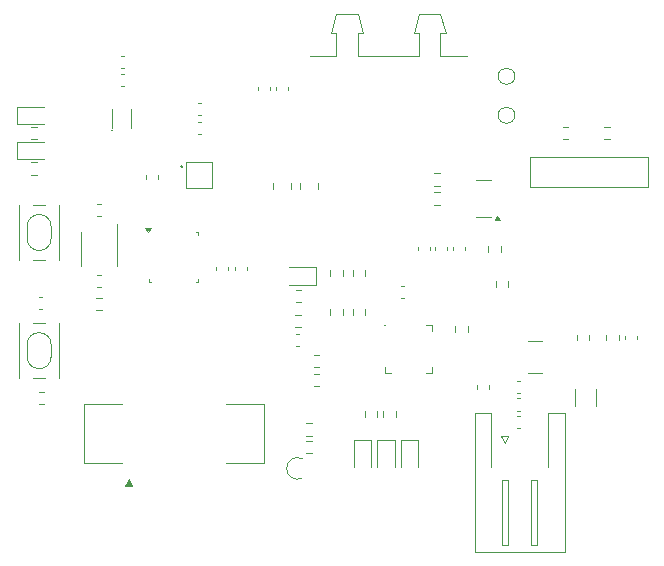
<source format=gbr>
%TF.GenerationSoftware,KiCad,Pcbnew,9.0.3*%
%TF.CreationDate,2025-07-30T22:19:27+08:00*%
%TF.ProjectId,airspeed_BIO,61697273-7065-4656-945f-42494f2e6b69,rev?*%
%TF.SameCoordinates,Original*%
%TF.FileFunction,Legend,Top*%
%TF.FilePolarity,Positive*%
%FSLAX46Y46*%
G04 Gerber Fmt 4.6, Leading zero omitted, Abs format (unit mm)*
G04 Created by KiCad (PCBNEW 9.0.3) date 2025-07-30 22:19:27*
%MOMM*%
%LPD*%
G01*
G04 APERTURE LIST*
%ADD10C,0.120000*%
%ADD11C,0.100000*%
G04 APERTURE END LIST*
D10*
%TO.C,R8*%
X132362258Y-72927500D02*
X131887742Y-72927500D01*
X132362258Y-73972500D02*
X131887742Y-73972500D01*
%TO.C,R6*%
X123077500Y-81612258D02*
X123077500Y-81137742D01*
X124122500Y-81612258D02*
X124122500Y-81137742D01*
%TO.C,C23*%
X103640580Y-81490000D02*
X103359420Y-81490000D01*
X103640580Y-82510000D02*
X103359420Y-82510000D01*
%TO.C,C20*%
X107490000Y-73084420D02*
X107490000Y-73365580D01*
X108510000Y-73084420D02*
X108510000Y-73365580D01*
%TO.C,C26*%
X113400000Y-80859420D02*
X113400000Y-81140580D01*
X114420000Y-80859420D02*
X114420000Y-81140580D01*
%TO.C,R7*%
X133677500Y-85862742D02*
X133677500Y-86337258D01*
X134722500Y-85862742D02*
X134722500Y-86337258D01*
%TO.C,C21*%
X116990000Y-65584420D02*
X116990000Y-65865580D01*
X118010000Y-65584420D02*
X118010000Y-65865580D01*
%TO.C,C19*%
X105640580Y-62960000D02*
X105359420Y-62960000D01*
X105640580Y-63980000D02*
X105359420Y-63980000D01*
%TO.C,C27*%
X120555000Y-73738748D02*
X120555000Y-74261252D01*
X122025000Y-73738748D02*
X122025000Y-74261252D01*
%TO.C,R10*%
X120087742Y-84877500D02*
X120562258Y-84877500D01*
X120087742Y-85922500D02*
X120562258Y-85922500D01*
%TO.C,C2*%
X131972500Y-79440580D02*
X131972500Y-79159420D01*
X132992500Y-79440580D02*
X132992500Y-79159420D01*
%TO.C,U3*%
X110900000Y-71960000D02*
X113100000Y-71960000D01*
X113100000Y-74160000D01*
X110900000Y-74160000D01*
X110900000Y-71960000D01*
X110600000Y-72360000D02*
G75*
G02*
X110400000Y-72360000I-100000J0D01*
G01*
X110400000Y-72360000D02*
G75*
G02*
X110600000Y-72360000I100000J0D01*
G01*
%TO.C,Y1*%
X101976000Y-77857000D02*
X101976000Y-80778000D01*
X105024000Y-77222000D02*
X105024000Y-80778000D01*
%TO.C,J3*%
X135290000Y-93240000D02*
X136710000Y-93240000D01*
X135290000Y-104960000D02*
X135290000Y-93240000D01*
X136710000Y-93240000D02*
X136710000Y-97740000D01*
X137550000Y-95150000D02*
X138150000Y-95150000D01*
X137600000Y-98850000D02*
X137600000Y-104350000D01*
X137600000Y-104350000D02*
X138100000Y-104350000D01*
X137850000Y-95750000D02*
X137550000Y-95150000D01*
X138100000Y-98850000D02*
X137600000Y-98850000D01*
X138100000Y-104350000D02*
X138100000Y-98850000D01*
X138150000Y-95150000D02*
X137850000Y-95750000D01*
X139100000Y-104960000D02*
X135290000Y-104960000D01*
X139100000Y-104960000D02*
X142910000Y-104960000D01*
X140100000Y-98850000D02*
X140100000Y-104350000D01*
X140100000Y-104350000D02*
X140600000Y-104350000D01*
X140600000Y-98850000D02*
X140100000Y-98850000D01*
X140600000Y-104350000D02*
X140600000Y-98850000D01*
X141490000Y-93240000D02*
X141490000Y-97740000D01*
X142910000Y-93240000D02*
X141490000Y-93240000D01*
X142910000Y-104960000D02*
X142910000Y-93240000D01*
%TO.C,C10*%
X139140580Y-93490000D02*
X138859420Y-93490000D01*
X139140580Y-94510000D02*
X138859420Y-94510000D01*
%TO.C,RLED2*%
X96515000Y-67265000D02*
X96515000Y-68735000D01*
X96515000Y-68735000D02*
X98800000Y-68735000D01*
X98800000Y-67265000D02*
X96515000Y-67265000D01*
%TO.C,TH1*%
X120712133Y-98720000D02*
G75*
G02*
X120712133Y-97080000I-417133J820000D01*
G01*
%TO.C,C28*%
X118265000Y-73738748D02*
X118265000Y-74261252D01*
X119735000Y-73738748D02*
X119735000Y-74261252D01*
%TO.C,C6*%
X135490000Y-90859420D02*
X135490000Y-91140580D01*
X136510000Y-90859420D02*
X136510000Y-91140580D01*
%TO.C,SW3*%
X96725000Y-80225000D02*
X96725000Y-75625000D01*
X97409000Y-78433000D02*
X97409000Y-77417000D01*
X97917000Y-75625000D02*
X98933000Y-75625000D01*
X97917000Y-80225000D02*
X98933000Y-80225000D01*
X99441000Y-77417000D02*
X99441000Y-78433000D01*
X100125000Y-80225000D02*
X100125000Y-75625000D01*
X97409000Y-77417000D02*
G75*
G02*
X99441000Y-77417000I1016000J0D01*
G01*
X99441000Y-78433000D02*
G75*
G02*
X97409000Y-78433000I-1016000J0D01*
G01*
%TO.C,R9*%
X121687742Y-89877500D02*
X122162258Y-89877500D01*
X121687742Y-90922500D02*
X122162258Y-90922500D01*
%TO.C,R25*%
X146737258Y-68977500D02*
X146262742Y-68977500D01*
X146737258Y-70022500D02*
X146262742Y-70022500D01*
%TO.C,TP2*%
X138700000Y-64700000D02*
G75*
G02*
X137300000Y-64700000I-700000J0D01*
G01*
X137300000Y-64700000D02*
G75*
G02*
X138700000Y-64700000I700000J0D01*
G01*
%TO.C,D2*%
X129065000Y-95515000D02*
X129065000Y-97800000D01*
X130535000Y-95515000D02*
X129065000Y-95515000D01*
X130535000Y-97800000D02*
X130535000Y-95515000D01*
%TO.C,C18*%
X118500000Y-65584420D02*
X118500000Y-65865580D01*
X119520000Y-65584420D02*
X119520000Y-65865580D01*
%TO.C,SW1*%
D11*
X139982500Y-71550000D02*
X149982500Y-71550000D01*
X149982500Y-74050000D01*
X139982500Y-74050000D01*
X139982500Y-71550000D01*
D10*
%TO.C,R20*%
X120162742Y-82777500D02*
X120637258Y-82777500D01*
X120162742Y-83822500D02*
X120637258Y-83822500D01*
%TO.C,Q1*%
X136062500Y-73490000D02*
X135412500Y-73490000D01*
X136062500Y-73490000D02*
X136712500Y-73490000D01*
X136062500Y-76610000D02*
X135412500Y-76610000D01*
X136062500Y-76610000D02*
X136712500Y-76610000D01*
X137465000Y-76890000D02*
X136985000Y-76890000D01*
X137225000Y-76560000D01*
X137465000Y-76890000D01*
G36*
X137465000Y-76890000D02*
G01*
X136985000Y-76890000D01*
X137225000Y-76560000D01*
X137465000Y-76890000D01*
G37*
%TO.C,R3*%
X123077500Y-84912258D02*
X123077500Y-84437742D01*
X124122500Y-84912258D02*
X124122500Y-84437742D01*
%TO.C,C14*%
X148002500Y-86659420D02*
X148002500Y-86940580D01*
X149022500Y-86659420D02*
X149022500Y-86940580D01*
%TO.C,R29*%
X98237258Y-71977500D02*
X97762742Y-71977500D01*
X98237258Y-73022500D02*
X97762742Y-73022500D01*
%TO.C,R26*%
X103737258Y-83477500D02*
X103262742Y-83477500D01*
X103737258Y-84522500D02*
X103262742Y-84522500D01*
%TO.C,C17*%
X111859420Y-68550000D02*
X112140580Y-68550000D01*
X111859420Y-69570000D02*
X112140580Y-69570000D01*
%TO.C,C25*%
X114990000Y-80859420D02*
X114990000Y-81140580D01*
X116010000Y-80859420D02*
X116010000Y-81140580D01*
%TO.C,C11*%
X139140580Y-91980000D02*
X138859420Y-91980000D01*
X139140580Y-93000000D02*
X138859420Y-93000000D01*
%TO.C,TP1*%
X138700000Y-68000000D02*
G75*
G02*
X137300000Y-68000000I-700000J0D01*
G01*
X137300000Y-68000000D02*
G75*
G02*
X138700000Y-68000000I700000J0D01*
G01*
%TO.C,RLED1*%
X119622500Y-82331000D02*
X121907500Y-82331000D01*
X121907500Y-80861000D02*
X119622500Y-80861000D01*
X121907500Y-82331000D02*
X121907500Y-80861000D01*
%TO.C,D3*%
X127065000Y-95515000D02*
X127065000Y-97800000D01*
X128535000Y-95515000D02*
X127065000Y-95515000D01*
X128535000Y-97800000D02*
X128535000Y-95515000D01*
%TO.C,C15*%
X111859420Y-66990000D02*
X112140580Y-66990000D01*
X111859420Y-68010000D02*
X112140580Y-68010000D01*
%TO.C,R22*%
X143960000Y-87037258D02*
X143960000Y-86562742D01*
X145005000Y-87037258D02*
X145005000Y-86562742D01*
%TO.C,R27*%
X98862258Y-91402500D02*
X98387742Y-91402500D01*
X98862258Y-92447500D02*
X98387742Y-92447500D01*
%TO.C,C12*%
X139140580Y-90490000D02*
X138859420Y-90490000D01*
X139140580Y-91510000D02*
X138859420Y-91510000D01*
%TO.C,R13*%
X127577500Y-93062742D02*
X127577500Y-93537258D01*
X128622500Y-93062742D02*
X128622500Y-93537258D01*
%TO.C,R4*%
X132362258Y-74527500D02*
X131887742Y-74527500D01*
X132362258Y-75572500D02*
X131887742Y-75572500D01*
%TO.C,R14*%
X121057742Y-95572500D02*
X121532258Y-95572500D01*
X121057742Y-96617500D02*
X121532258Y-96617500D01*
D11*
%TO.C,U4*%
X121345000Y-63000000D02*
X123600000Y-63000000D01*
X123150000Y-61000000D02*
X123600000Y-59400000D01*
X123600000Y-61000000D02*
X123200000Y-61000000D01*
X123600000Y-61000000D02*
X123600000Y-63000000D01*
X125400000Y-59400000D02*
X123600000Y-59400000D01*
X125400000Y-61000000D02*
X125400000Y-63000000D01*
X125400000Y-61000000D02*
X125850000Y-61000000D01*
X125850000Y-61000000D02*
X125400000Y-59400000D01*
X130150000Y-61000000D02*
X130600000Y-59400000D01*
X130600000Y-61000000D02*
X130200000Y-61000000D01*
X130600000Y-61000000D02*
X130600000Y-63000000D01*
X130600000Y-63000000D02*
X125400000Y-63000000D01*
X132400000Y-59400000D02*
X130600000Y-59400000D01*
X132400000Y-61000000D02*
X132400000Y-63000000D01*
X132400000Y-61000000D02*
X132850000Y-61000000D01*
X132400000Y-63000000D02*
X134655000Y-63000000D01*
X132850000Y-61000000D02*
X132400000Y-59400000D01*
%TO.C,U1*%
X127700000Y-89300000D02*
X127700000Y-89800000D01*
X127700000Y-89800000D02*
X128200000Y-89800000D01*
X131200000Y-85800000D02*
X131700000Y-85800000D01*
X131200000Y-89800000D02*
X131700000Y-89800000D01*
X131700000Y-85800000D02*
X131700000Y-86300000D01*
X131700000Y-89800000D02*
X131700000Y-89300000D01*
X127750306Y-85800000D02*
G75*
G02*
X127649694Y-85800000I-50306J0D01*
G01*
X127649694Y-85800000D02*
G75*
G02*
X127750306Y-85800000I50306J0D01*
G01*
%TO.C,J2*%
X102190000Y-92480000D02*
X102190000Y-97480000D01*
X102190000Y-97480000D02*
X105410000Y-97480000D01*
X105410000Y-92480000D02*
X102190000Y-92480000D01*
X105710000Y-99380000D02*
X106310000Y-99380000D01*
X105810000Y-99380000D02*
X106210000Y-99380000D01*
X105910000Y-99380000D02*
X106110000Y-99380000D01*
X106010000Y-98780000D02*
X105710000Y-99380000D01*
X106010000Y-98880000D02*
X105810000Y-99380000D01*
X106010000Y-98980000D02*
X105910000Y-99380000D01*
X106010000Y-99080000D02*
X106010000Y-99380000D01*
X106110000Y-99380000D02*
X106010000Y-99080000D01*
X106210000Y-99380000D02*
X106010000Y-98980000D01*
X106310000Y-99380000D02*
X106010000Y-98780000D01*
X114210000Y-97480000D02*
X117430000Y-97480000D01*
X117430000Y-92480000D02*
X114210000Y-92480000D01*
X117430000Y-97480000D02*
X117430000Y-92480000D01*
D10*
%TO.C,R21*%
X146460000Y-86562742D02*
X146460000Y-87037258D01*
X147505000Y-86562742D02*
X147505000Y-87037258D01*
%TO.C,C22*%
X103359420Y-75490000D02*
X103640580Y-75490000D01*
X103359420Y-76510000D02*
X103640580Y-76510000D01*
%TO.C,U6*%
X107690000Y-82110000D02*
X107690000Y-81885000D01*
X107915000Y-82110000D02*
X107690000Y-82110000D01*
X111685000Y-77890000D02*
X111910000Y-77890000D01*
X111685000Y-82110000D02*
X111910000Y-82110000D01*
X111910000Y-77890000D02*
X111910000Y-78115000D01*
X111910000Y-82110000D02*
X111910000Y-81885000D01*
X107670000Y-77890000D02*
X107430000Y-77560000D01*
X107910000Y-77560000D01*
X107670000Y-77890000D01*
G36*
X107670000Y-77890000D02*
G01*
X107430000Y-77560000D01*
X107910000Y-77560000D01*
X107670000Y-77890000D01*
G37*
%TO.C,R24*%
X143237258Y-68977500D02*
X142762742Y-68977500D01*
X143237258Y-70022500D02*
X142762742Y-70022500D01*
%TO.C,C4*%
X129315580Y-82490000D02*
X129034420Y-82490000D01*
X129315580Y-83510000D02*
X129034420Y-83510000D01*
%TO.C,R2*%
X124977500Y-84912258D02*
X124977500Y-84437742D01*
X126022500Y-84912258D02*
X126022500Y-84437742D01*
%TO.C,C1*%
X130482500Y-79440580D02*
X130482500Y-79159420D01*
X131502500Y-79440580D02*
X131502500Y-79159420D01*
%TO.C,YLED1*%
X96515000Y-70265000D02*
X96515000Y-71735000D01*
X96515000Y-71735000D02*
X98800000Y-71735000D01*
X98800000Y-70265000D02*
X96515000Y-70265000D01*
%TO.C,C5*%
X120184420Y-86490000D02*
X120465580Y-86490000D01*
X120184420Y-87510000D02*
X120465580Y-87510000D01*
%TO.C,R1*%
X136460000Y-79537258D02*
X136460000Y-79062742D01*
X137505000Y-79537258D02*
X137505000Y-79062742D01*
%TO.C,R23*%
X137077500Y-82537258D02*
X137077500Y-82062742D01*
X138122500Y-82537258D02*
X138122500Y-82062742D01*
%TO.C,SW2*%
X96725000Y-90225000D02*
X96725000Y-85625000D01*
X97409000Y-88433000D02*
X97409000Y-87417000D01*
X97917000Y-85625000D02*
X98933000Y-85625000D01*
X97917000Y-90225000D02*
X98933000Y-90225000D01*
X99441000Y-87417000D02*
X99441000Y-88433000D01*
X100125000Y-90225000D02*
X100125000Y-85625000D01*
X97409000Y-87417000D02*
G75*
G02*
X99441000Y-87417000I1016000J0D01*
G01*
X99441000Y-88433000D02*
G75*
G02*
X97409000Y-88433000I-1016000J0D01*
G01*
%TO.C,C3*%
X133482500Y-79440580D02*
X133482500Y-79159420D01*
X134502500Y-79440580D02*
X134502500Y-79159420D01*
%TO.C,L1*%
X139797936Y-87140000D02*
X141002064Y-87140000D01*
X139797936Y-89860000D02*
X141002064Y-89860000D01*
%TO.C,R16*%
X121532258Y-94077500D02*
X121057742Y-94077500D01*
X121532258Y-95122500D02*
X121057742Y-95122500D01*
%TO.C,R28*%
X98237258Y-68977500D02*
X97762742Y-68977500D01*
X98237258Y-70022500D02*
X97762742Y-70022500D01*
D11*
%TO.C,U5*%
X104600000Y-69100000D02*
X104600000Y-67500000D01*
X106200000Y-69100000D02*
X106200000Y-67500000D01*
X104650288Y-69300000D02*
G75*
G02*
X104549712Y-69300000I-50288J0D01*
G01*
X104549712Y-69300000D02*
G75*
G02*
X104650288Y-69300000I50288J0D01*
G01*
D10*
%TO.C,R11*%
X121687742Y-88277500D02*
X122162258Y-88277500D01*
X121687742Y-89322500D02*
X122162258Y-89322500D01*
%TO.C,C24*%
X98690580Y-83415000D02*
X98409420Y-83415000D01*
X98690580Y-84435000D02*
X98409420Y-84435000D01*
%TO.C,R12*%
X125977500Y-93062742D02*
X125977500Y-93537258D01*
X127022500Y-93062742D02*
X127022500Y-93537258D01*
%TO.C,R5*%
X124977500Y-81612258D02*
X124977500Y-81137742D01*
X126022500Y-81612258D02*
X126022500Y-81137742D01*
%TO.C,R15*%
X143790000Y-91172936D02*
X143790000Y-92627064D01*
X145610000Y-91172936D02*
X145610000Y-92627064D01*
%TO.C,D1*%
X125065000Y-95515000D02*
X125065000Y-97800000D01*
X126535000Y-95515000D02*
X125065000Y-95515000D01*
X126535000Y-97800000D02*
X126535000Y-95515000D01*
%TO.C,C16*%
X105640580Y-64490000D02*
X105359420Y-64490000D01*
X105640580Y-65510000D02*
X105359420Y-65510000D01*
%TD*%
M02*

</source>
